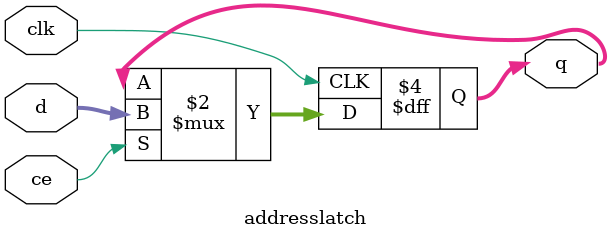
<source format=v>
module addresslatch(
  input[7:0]       d,
  input            ce,
  input            clk,
  output reg [7:0] q
  );

  always @ (posedge clk) begin
    if(ce)begin
      q <= d;
    end
  end

endmodule

</source>
